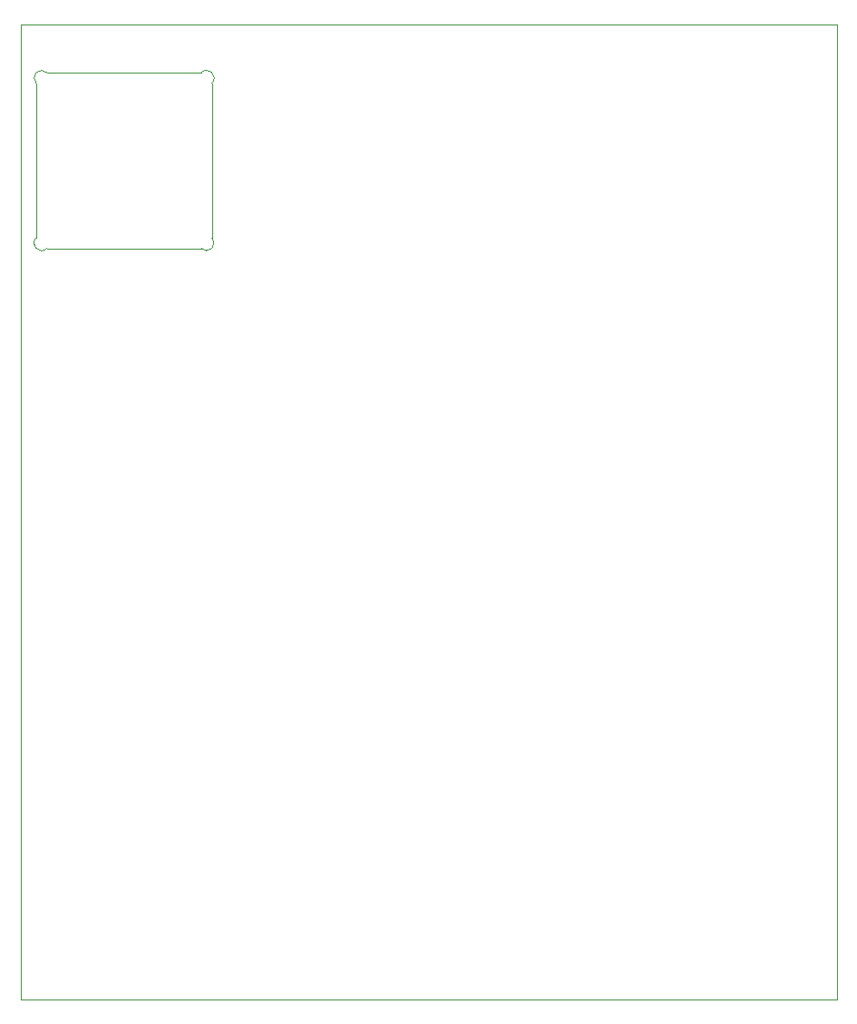
<source format=gbr>
%TF.GenerationSoftware,KiCad,Pcbnew,8.0.7*%
%TF.CreationDate,2024-12-12T20:06:27+02:00*%
%TF.ProjectId,circuit diagram,63697263-7569-4742-9064-69616772616d,rev?*%
%TF.SameCoordinates,Original*%
%TF.FileFunction,Profile,NP*%
%FSLAX46Y46*%
G04 Gerber Fmt 4.6, Leading zero omitted, Abs format (unit mm)*
G04 Created by KiCad (PCBNEW 8.0.7) date 2024-12-12 20:06:27*
%MOMM*%
%LPD*%
G01*
G04 APERTURE LIST*
%TA.AperFunction,Profile*%
%ADD10C,0.050000*%
%TD*%
%TA.AperFunction,Profile*%
%ADD11C,0.100000*%
%TD*%
G04 APERTURE END LIST*
D10*
X27940000Y-29464000D02*
X104140000Y-29464000D01*
X104140000Y-120396000D01*
X27940000Y-120396000D01*
X27940000Y-29464000D01*
D11*
%TO.C,KLJ-1*%
X45792000Y-49364000D02*
X45792000Y-34964000D01*
X30392000Y-50364000D02*
X44792000Y-50364000D01*
X44792000Y-33964000D02*
X30392000Y-33964000D01*
X29392000Y-34964000D02*
X29392000Y-49364000D01*
X44792000Y-33964000D02*
G75*
G02*
X45792000Y-34964000I500000J-500000D01*
G01*
X45792000Y-49364000D02*
G75*
G02*
X44792000Y-50364000I-500000J-500000D01*
G01*
X29392000Y-34964000D02*
G75*
G02*
X30392000Y-33964000I500000J500000D01*
G01*
X30392000Y-50364000D02*
G75*
G02*
X29392000Y-49364000I-500000J500000D01*
G01*
%TD*%
M02*

</source>
